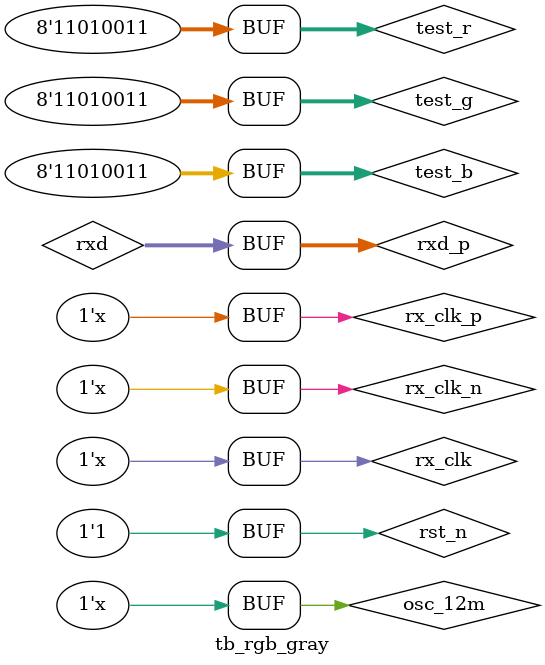
<source format=sv>
`timescale 1ns / 1ps


module tb_rgb_gray();


localparam real OSC_FREQ = 12 * (10**6);
localparam real OSC_PERIOD_NS = (10**9)/OSC_FREQ;
localparam real RXC_FREQ = 100 * (10**6);
localparam real RXC_PERIOD_NS = (10**9)/RXC_FREQ;

//11010011
logic [7:0] test_r = 8'hd3;
logic [7:0] test_g = 8'hd3;
logic [7:0] test_b = 8'hd3;

logic rx_clk;
logic [2:0] rxd;



logic osc_12m;
logic rst_n;
logic rx_clk_p, rx_clk_n;
logic [2:0] rxd_p, rxd_n;
logic tx_clk_p, tx_clk_n;
logic txd_p, txd_n;


assign rx_clk_p = rx_clk;
assign rx_clk_n = ~rx_clk;
assign rxd_p = rxd;
assign rxd_n = ~rxd;


initial begin
	osc_12m = 0;
	rst_n = 1;

	#200 rst_n = 0;
	#200 rst_n = 1; 
end


always begin
	#(OSC_PERIOD_NS/2)
	osc_12m = ~osc_12m;
end



initial begin
	rx_clk = 0;
	rxd = 3'b000;
end


always begin
	#(RXC_PERIOD_NS/2)
	rx_clk = ~rx_clk;
end


always @(posedge rx_clk_p) begin
	rxd[0] = test_r[7];
	rxd[1] = test_g[7];
	rxd[2] = test_b[7];

	for (int i = 6; i >= 0; i--) begin
		#(RXC_PERIOD_NS/8)
		rxd[0] = test_r[i];
		rxd[1] = test_g[i];
		rxd[2] = test_b[i];
	end
end




rgb_to_gray dut (
	 .osc_12m(osc_12m)
	,.rst_n(rst_n)
	,.rx_clk_p(rx_clk_p) 
	,.rx_clk_n(rx_clk_n)
	,.rxd_p(rxd_p) 
	,.rxd_n(rxd_n)
);

endmodule

</source>
